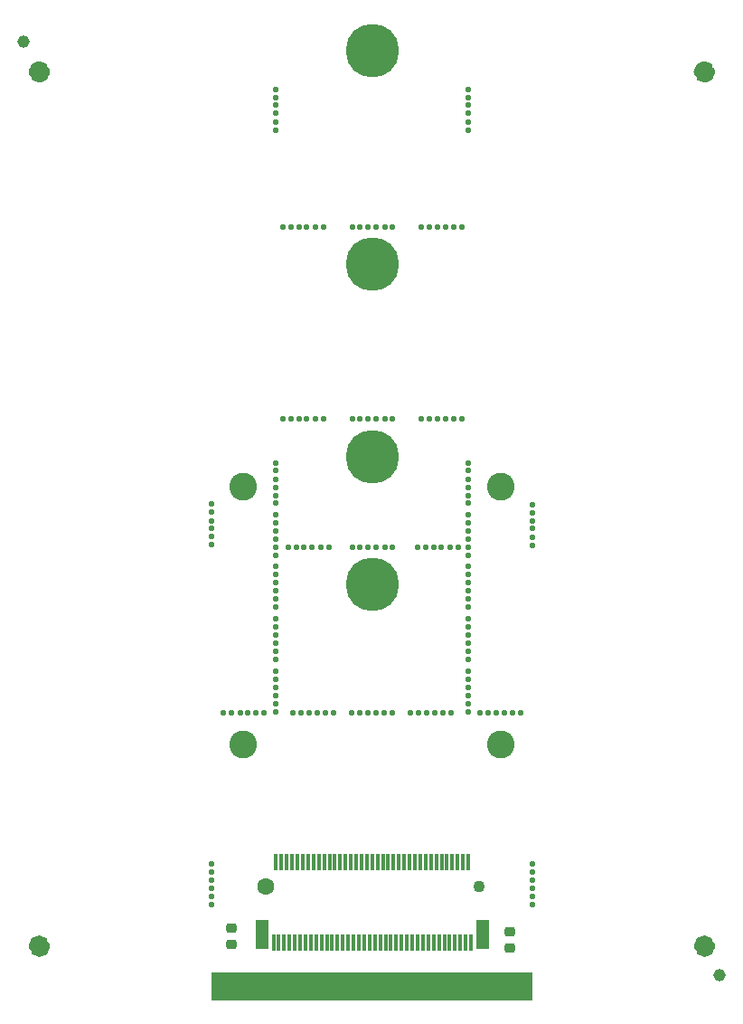
<source format=gts>
%TF.GenerationSoftware,KiCad,Pcbnew,7.0.11-2.fc39*%
%TF.CreationDate,2024-03-17T16:29:44+01:00*%
%TF.ProjectId,mini-pcie-m.2-key-m-adapter,6d696e69-2d70-4636-9965-2d6d2e322d6b,rev?*%
%TF.SameCoordinates,Original*%
%TF.FileFunction,Soldermask,Top*%
%TF.FilePolarity,Negative*%
%FSLAX46Y46*%
G04 Gerber Fmt 4.6, Leading zero omitted, Abs format (unit mm)*
G04 Created by KiCad (PCBNEW 7.0.11-2.fc39) date 2024-03-17 16:29:44*
%MOMM*%
%LPD*%
G01*
G04 APERTURE LIST*
G04 Aperture macros list*
%AMRoundRect*
0 Rectangle with rounded corners*
0 $1 Rounding radius*
0 $2 $3 $4 $5 $6 $7 $8 $9 X,Y pos of 4 corners*
0 Add a 4 corners polygon primitive as box body*
4,1,4,$2,$3,$4,$5,$6,$7,$8,$9,$2,$3,0*
0 Add four circle primitives for the rounded corners*
1,1,$1+$1,$2,$3*
1,1,$1+$1,$4,$5*
1,1,$1+$1,$6,$7*
1,1,$1+$1,$8,$9*
0 Add four rect primitives between the rounded corners*
20,1,$1+$1,$2,$3,$4,$5,0*
20,1,$1+$1,$4,$5,$6,$7,0*
20,1,$1+$1,$6,$7,$8,$9,0*
20,1,$1+$1,$8,$9,$2,$3,0*%
G04 Aperture macros list end*
%ADD10C,0.000010*%
%ADD11C,1.000000*%
%ADD12C,0.550000*%
%ADD13C,2.600000*%
%ADD14R,0.600000X2.350000*%
%ADD15C,5.000000*%
%ADD16C,1.600000*%
%ADD17C,1.100000*%
%ADD18R,0.300000X1.550000*%
%ADD19R,1.200000X2.700000*%
%ADD20RoundRect,0.225000X0.250000X-0.225000X0.250000X0.225000X-0.250000X0.225000X-0.250000X-0.225000X0*%
%ADD21C,1.152000*%
G04 APERTURE END LIST*
D10*
X48850000Y-77450000D02*
X78800000Y-77450000D01*
X78800000Y-80000000D01*
X48850000Y-80000000D01*
X48850000Y-77450000D01*
G36*
X48850000Y-77450000D02*
G01*
X78800000Y-77450000D01*
X78800000Y-80000000D01*
X48850000Y-80000000D01*
X48850000Y-77450000D01*
G37*
%TO.C,REF\u002A\u002A*%
D11*
X95500000Y-75000000D02*
G75*
G03*
X94500000Y-75000000I-500000J0D01*
G01*
X94500000Y-75000000D02*
G75*
G03*
X95500000Y-75000000I500000J0D01*
G01*
X33200000Y6825000D02*
G75*
G03*
X32200000Y6825000I-500000J0D01*
G01*
X32200000Y6825000D02*
G75*
G03*
X33200000Y6825000I500000J0D01*
G01*
X33200000Y-75000000D02*
G75*
G03*
X32200000Y-75000000I-500000J0D01*
G01*
X32200000Y-75000000D02*
G75*
G03*
X33200000Y-75000000I500000J0D01*
G01*
X95500000Y6824999D02*
G75*
G03*
X94500000Y6824999I-500000J0D01*
G01*
X94500000Y6824999D02*
G75*
G03*
X95500000Y6824999I500000J0D01*
G01*
%TD*%
D12*
%TO.C,REF\u002A\u002A*%
X48850000Y-67275000D03*
X48850000Y-68025000D03*
X48850000Y-68825000D03*
X48850000Y-69575000D03*
X48850000Y-70325000D03*
X48850000Y-71075000D03*
%TD*%
%TO.C,REF\u002A\u002A*%
X78850000Y-71125000D03*
X78850000Y-70375000D03*
X78850000Y-69575000D03*
X78850000Y-68825000D03*
X78850000Y-68075000D03*
X78850000Y-67325000D03*
%TD*%
%TO.C,REF\u002A\u002A*%
X48850000Y-33625000D03*
X48850000Y-34375000D03*
X48850000Y-35175000D03*
X48850000Y-35925000D03*
X48850000Y-36675000D03*
X48850000Y-37425000D03*
%TD*%
%TO.C,REF\u002A\u002A*%
X78850000Y-37475000D03*
X78850000Y-36725000D03*
X78850000Y-35925000D03*
X78850000Y-35175000D03*
X78850000Y-34425000D03*
X78850000Y-33675000D03*
%TD*%
%TO.C,REF\u002A\u002A*%
X54875000Y-48125000D03*
X54875000Y-47375000D03*
X54875000Y-46625000D03*
X54875000Y-45875000D03*
X54875000Y-45075000D03*
X54875000Y-44325000D03*
%TD*%
%TO.C,REF\u002A\u002A*%
X72875000Y-48125000D03*
X72875000Y-47375000D03*
X72875000Y-46625000D03*
X72875000Y-45875000D03*
X72875000Y-45075000D03*
X72875000Y-44325000D03*
%TD*%
%TO.C,REF\u002A\u002A*%
X71925000Y-37675000D03*
X71175000Y-37675000D03*
X70375000Y-37675000D03*
X69625000Y-37675000D03*
X68875000Y-37675000D03*
X68125000Y-37675000D03*
%TD*%
%TO.C,REF\u002A\u002A*%
X59800000Y-37675000D03*
X59050000Y-37675000D03*
X58250000Y-37675000D03*
X57500000Y-37675000D03*
X56750000Y-37675000D03*
X56000000Y-37675000D03*
%TD*%
%TO.C,REF\u002A\u002A*%
X65800000Y-37675000D03*
X65050000Y-37675000D03*
X64250000Y-37675000D03*
X63500000Y-37675000D03*
X62750000Y-37675000D03*
X62000000Y-37675000D03*
%TD*%
%TO.C,REF\u002A\u002A*%
X56450000Y-53175000D03*
X57200000Y-53175000D03*
X58000000Y-53175000D03*
X58750000Y-53175000D03*
X59500000Y-53175000D03*
X60250000Y-53175000D03*
%TD*%
%TO.C,REF\u002A\u002A*%
X67450000Y-53175000D03*
X68200000Y-53175000D03*
X69000000Y-53175000D03*
X69750000Y-53175000D03*
X70500000Y-53175000D03*
X71250000Y-53175000D03*
%TD*%
%TO.C,REF\u002A\u002A*%
X61950000Y-53175000D03*
X62700000Y-53175000D03*
X63500000Y-53175000D03*
X64250000Y-53175000D03*
X65000000Y-53175000D03*
X65750000Y-53175000D03*
%TD*%
%TO.C,REF\u002A\u002A*%
X77800000Y-53175000D03*
X77050000Y-53175000D03*
X76250000Y-53175000D03*
X75500000Y-53175000D03*
X74750000Y-53175000D03*
X74000000Y-53175000D03*
%TD*%
%TO.C,REF\u002A\u002A*%
X49950000Y-53175000D03*
X50700000Y-53175000D03*
X51500000Y-53175000D03*
X52250000Y-53175000D03*
X53000000Y-53175000D03*
X53750000Y-53175000D03*
%TD*%
%TO.C,REF\u002A\u002A*%
X72875000Y-29750000D03*
X72875000Y-30500000D03*
X72875000Y-31300000D03*
X72875000Y-32050000D03*
X72875000Y-32800000D03*
X72875000Y-33550000D03*
%TD*%
%TO.C,REF\u002A\u002A*%
X72875000Y-49250000D03*
X72875000Y-50000000D03*
X72875000Y-50800000D03*
X72875000Y-51550000D03*
X72875000Y-52300000D03*
X72875000Y-53050000D03*
%TD*%
%TO.C,REF\u002A\u002A*%
X72875000Y-34625000D03*
X72875000Y-35375000D03*
X72875000Y-36175000D03*
X72875000Y-36925000D03*
X72875000Y-37675000D03*
X72875000Y-38425000D03*
%TD*%
%TO.C,REF\u002A\u002A*%
X72875000Y-43225000D03*
X72875000Y-42475000D03*
X72875000Y-41725000D03*
X72875000Y-40975000D03*
X72875000Y-40175000D03*
X72875000Y-39425000D03*
%TD*%
%TO.C,REF\u002A\u002A*%
X54875000Y-49250000D03*
X54875000Y-50000000D03*
X54875000Y-50800000D03*
X54875000Y-51550000D03*
X54875000Y-52300000D03*
X54875000Y-53050000D03*
%TD*%
%TO.C,REF\u002A\u002A*%
X54875000Y-29750000D03*
X54875000Y-30500000D03*
X54875000Y-31300000D03*
X54875000Y-32050000D03*
X54875000Y-32800000D03*
X54875000Y-33550000D03*
%TD*%
%TO.C,REF\u002A\u002A*%
X54875000Y-39450000D03*
X54875000Y-40200000D03*
X54875000Y-41000000D03*
X54875000Y-41750000D03*
X54875000Y-42500000D03*
X54875000Y-43250000D03*
%TD*%
%TO.C,REF\u002A\u002A*%
X54875000Y-38425000D03*
X54875000Y-37675000D03*
X54875000Y-36925000D03*
X54875000Y-36175000D03*
X54875000Y-35375000D03*
X54875000Y-34625000D03*
%TD*%
%TO.C,REF\u002A\u002A*%
X72300000Y-7675000D03*
X71550000Y-7675000D03*
X70750000Y-7675000D03*
X70000000Y-7675000D03*
X69250000Y-7675000D03*
X68500000Y-7675000D03*
%TD*%
%TO.C,REF\u002A\u002A*%
X59300000Y-7675000D03*
X58550000Y-7675000D03*
X57750000Y-7675000D03*
X57000000Y-7675000D03*
X56250000Y-7675000D03*
X55500000Y-7675000D03*
%TD*%
%TO.C,REF\u002A\u002A*%
X65800000Y-7675000D03*
X65050000Y-7675000D03*
X64250000Y-7675000D03*
X63500000Y-7675000D03*
X62750000Y-7675000D03*
X62000000Y-7675000D03*
%TD*%
%TO.C,REF\u002A\u002A*%
X65800000Y-25675000D03*
X65050000Y-25675000D03*
X64250000Y-25675000D03*
X63500000Y-25675000D03*
X62750000Y-25675000D03*
X62000000Y-25675000D03*
%TD*%
%TO.C,REF\u002A\u002A*%
X72300000Y-25675000D03*
X71550000Y-25675000D03*
X70750000Y-25675000D03*
X70000000Y-25675000D03*
X69250000Y-25675000D03*
X68500000Y-25675000D03*
%TD*%
%TO.C,REF\u002A\u002A*%
X59300000Y-25675000D03*
X58550000Y-25675000D03*
X57750000Y-25675000D03*
X57000000Y-25675000D03*
X56250000Y-25675000D03*
X55500000Y-25675000D03*
%TD*%
%TO.C,REF\u002A\u002A*%
X54875000Y1400000D03*
X54875000Y2150000D03*
X54875000Y2950000D03*
X54875000Y3700000D03*
X54875000Y4450000D03*
X54875000Y5200000D03*
%TD*%
%TO.C,REF\u002A\u002A*%
X72875000Y5200000D03*
X72875000Y4450000D03*
X72875000Y3700000D03*
X72875000Y2950000D03*
X72875000Y2150000D03*
X72875000Y1400000D03*
%TD*%
D13*
%TO.C,J1*%
X51750000Y-31950000D03*
X51750000Y-56100000D03*
X75950000Y-31950000D03*
X75950000Y-56100000D03*
D14*
X52050000Y-78625000D03*
X52850000Y-78625000D03*
X53650000Y-78625000D03*
X54450000Y-78625000D03*
X55250000Y-78625000D03*
X56050000Y-78625000D03*
X56850000Y-78625000D03*
X57650000Y-78625000D03*
X61650000Y-78625000D03*
X62450000Y-78625000D03*
X63250000Y-78625000D03*
X64050000Y-78625000D03*
X64850000Y-78625000D03*
X65650000Y-78625000D03*
X66450000Y-78625000D03*
X67250000Y-78625000D03*
X68050000Y-78625000D03*
X68850000Y-78625000D03*
X69650000Y-78625000D03*
X70450000Y-78625000D03*
X71250000Y-78625000D03*
X72050000Y-78625000D03*
X72850000Y-78625000D03*
X73650000Y-78625000D03*
X74450000Y-78625000D03*
X75250000Y-78625000D03*
%TD*%
D15*
%TO.C,*%
X63875000Y-41175000D03*
%TD*%
%TO.C,*%
X63875000Y-29175000D03*
%TD*%
%TO.C,*%
X63875000Y-11175000D03*
%TD*%
%TO.C,*%
X63875000Y8825000D03*
%TD*%
D16*
%TO.C,J2*%
X53880000Y-69425000D03*
D17*
X73880000Y-69425000D03*
D18*
X73130000Y-74700000D03*
X72880000Y-67150000D03*
X72630000Y-74700000D03*
X72380000Y-67150000D03*
X72130000Y-74700000D03*
X71880000Y-67150000D03*
X71630000Y-74700000D03*
X71380000Y-67150000D03*
X71130000Y-74700000D03*
X70880000Y-67150000D03*
X70630000Y-74700000D03*
X70380000Y-67150000D03*
X70130000Y-74700000D03*
X69880000Y-67150000D03*
X69630000Y-74700000D03*
X69380000Y-67150000D03*
X69130000Y-74700000D03*
X68880000Y-67150000D03*
X68630000Y-74700000D03*
X68380000Y-67150000D03*
X68130000Y-74700000D03*
X67880000Y-67150000D03*
X67630000Y-74700000D03*
X67380000Y-67150000D03*
X67130000Y-74700000D03*
X66880000Y-67150000D03*
X66630000Y-74700000D03*
X66380000Y-67150000D03*
X66130000Y-74700000D03*
X65880000Y-67150000D03*
X65630000Y-74700000D03*
X65380000Y-67150000D03*
X65130000Y-74700000D03*
X64880000Y-67150000D03*
X64630000Y-74700000D03*
X64380000Y-67150000D03*
X64130000Y-74700000D03*
X63880000Y-67150000D03*
X63630000Y-74700000D03*
X63380000Y-67150000D03*
X63130000Y-74700000D03*
X62880000Y-67150000D03*
X62630000Y-74700000D03*
X62380000Y-67150000D03*
X62130000Y-74700000D03*
X61880000Y-67150000D03*
X61630000Y-74700000D03*
X61380000Y-67150000D03*
X61130000Y-74700000D03*
X60880000Y-67150000D03*
X60630000Y-74700000D03*
X60380000Y-67150000D03*
X60130000Y-74700000D03*
X59880000Y-67150000D03*
X59630000Y-74700000D03*
X59380000Y-67150000D03*
X59130000Y-74700000D03*
X58880000Y-67150000D03*
X58630000Y-74700000D03*
X58380000Y-67150000D03*
X58130000Y-74700000D03*
X57880000Y-67150000D03*
X57630000Y-74700000D03*
X57380000Y-67150000D03*
X57130000Y-74700000D03*
X56880000Y-67150000D03*
X56630000Y-74700000D03*
X56380000Y-67150000D03*
X56130000Y-74700000D03*
X55880000Y-67150000D03*
X55630000Y-74700000D03*
X55380000Y-67150000D03*
X55130000Y-74700000D03*
X54880000Y-67150000D03*
X54630000Y-74700000D03*
D19*
X53530000Y-73925000D03*
X74230000Y-73925000D03*
%TD*%
D20*
%TO.C,C2*%
X76750000Y-75175000D03*
X76750000Y-73625000D03*
%TD*%
%TO.C,C1*%
X50650000Y-74850000D03*
X50650000Y-73300000D03*
%TD*%
D21*
%TO.C,H3*%
X96400000Y-77750000D03*
%TD*%
%TO.C,H2*%
X31250000Y9675000D03*
%TD*%
M02*

</source>
